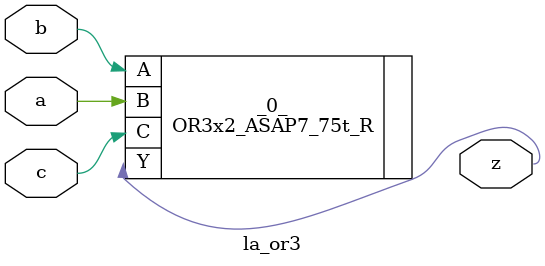
<source format=v>

/* Generated by Yosys 0.37 (git sha1 a5c7f69ed, clang 14.0.0-1ubuntu1.1 -fPIC -Os) */

module la_or3(a, b, c, z);
  input a;
  wire a;
  input b;
  wire b;
  input c;
  wire c;
  output z;
  wire z;
  OR3x2_ASAP7_75t_R _0_ (
    .A(b),
    .B(a),
    .C(c),
    .Y(z)
  );
endmodule

</source>
